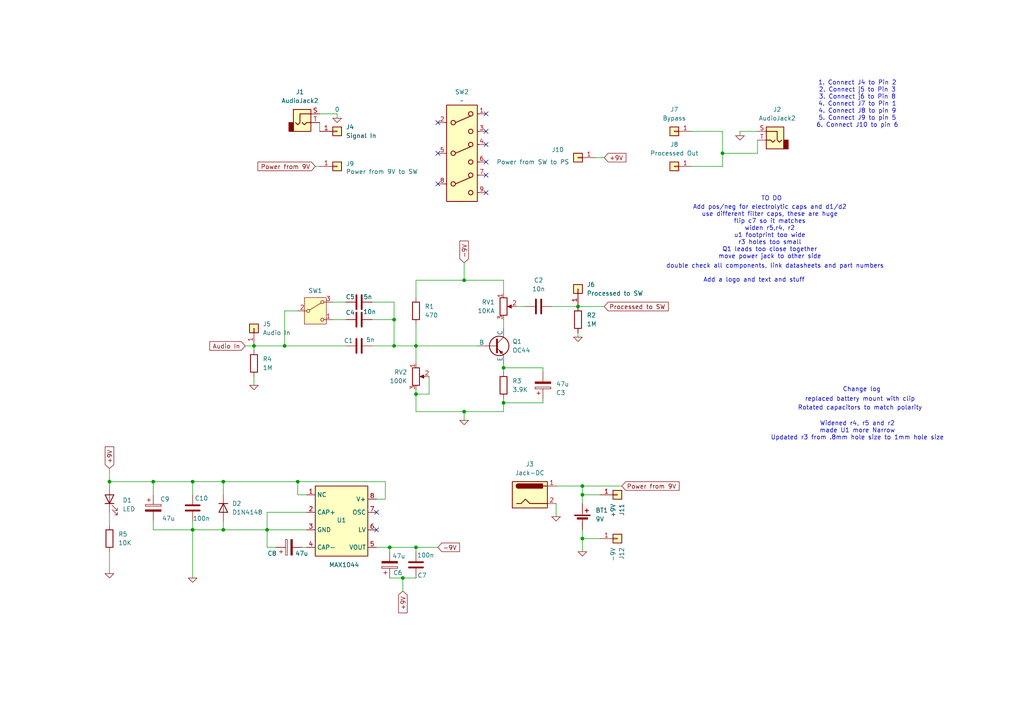
<source format=kicad_sch>
(kicad_sch (version 20231120) (generator "eeschema") (generator_version "8.0")
  (paper "A4")
  (lib_symbols
    (symbol "0_custom:3PDT"
      (property "Reference" "SW" (at -0.254 14.478 0))
      (symbol "3PDT_0_1"
        (rectangle (start -5.08 12.7) (end 3.81 -15.24) (stroke (width 0.254)) (fill (type background)))
        (circle (center -3.175 -10.16) (radius 0.635) (stroke (width 0.254)))
        (circle (center -3.175 -1.27) (radius 0.635) (stroke (width 0.254)))
        (circle (center -3.175 7.62) (radius 0.635) (stroke (width 0.254)))
        (polyline (pts (xy -5.715 -10.16) (xy -5.08 -10.16)))
        (polyline (pts (xy -5.715 -1.27) (xy -5.08 -1.27)))
        (polyline (pts (xy -5.715 7.62) (xy -5.08 7.62)))
        (polyline (pts (xy -2.54 -10.16) (xy 1.905 -8.255)) (stroke (width 0.254)))
        (polyline (pts (xy -2.54 -1.27) (xy 1.905 0.635)) (stroke (width 0.254)))
        (polyline (pts (xy -2.54 7.62) (xy 1.905 9.525)) (stroke (width 0.254)))
        (polyline (pts (xy 4.445 -12.7) (xy 3.81 -12.7)))
        (polyline (pts (xy 4.445 -7.62) (xy 3.81 -7.62)))
        (polyline (pts (xy 4.445 -3.81) (xy 3.81 -3.81)))
        (polyline (pts (xy 4.445 1.27) (xy 3.81 1.27)))
        (polyline (pts (xy 4.445 5.08) (xy 3.81 5.08)))
        (polyline (pts (xy 4.445 10.16) (xy 3.81 10.16)))
        (circle (center 1.905 -12.7) (radius 0.635) (stroke (width 0.254)))
        (circle (center 1.905 -7.62) (radius 0.635) (stroke (width 0.254)))
        (circle (center 1.905 -3.81) (radius 0.635) (stroke (width 0.254)))
        (circle (center 1.905 1.27) (radius 0.635) (stroke (width 0.254)))
        (circle (center 1.905 5.08) (radius 0.635) (stroke (width 0.254)))
        (circle (center 1.905 10.16) (radius 0.635) (stroke (width 0.254)))
      )
      (symbol "3PDT_1_1"
        (pin output line (at 6.35 10.16 180) (length 2.54) (name "") (number "1"))
        (pin input line (at -7.62 7.62 0) (length 2.54) (name "") (number "2"))
        (pin output line (at 6.35 5.08 180) (length 2.54) (name "") (number "3"))
        (pin output line (at 6.35 1.27 180) (length 2.54) (name "") (number "4"))
        (pin input line (at -7.62 -1.27 0) (length 2.54) (name "") (number "5"))
        (pin output line (at 6.35 -3.81 180) (length 2.54) (name "") (number "6"))
        (pin output line (at 6.35 -7.62 180) (length 2.54) (name "") (number "7"))
        (pin input line (at -7.62 -10.16 0) (length 2.54) (name "") (number "8"))
        (pin output line (at 6.35 -12.7 180) (length 2.54) (name "") (number "9"))
      )
    )
    (symbol "Connector:Jack-DC" (pin_names (offset 1.016))
      (property "Reference" "J" (at 0 5.334 0))
      (property "Value" "Jack-DC" (at 0 -5.08 0))
      (symbol "Jack-DC_0_1"
        (rectangle (start -5.08 3.81) (end 5.08 -3.81) (stroke (width 0.254)) (fill (type background)))
        (arc (start -3.302 3.175) (mid -3.9343 2.54) (end -3.302 1.905) (stroke (width 0.254)))
        (arc (start -3.302 3.175) (mid -3.9343 2.54) (end -3.302 1.905) (stroke (width 0.254)) (fill (type outline)))
        (polyline (pts (xy 5.08 2.54) (xy 3.81 2.54)) (stroke (width 0.254)))
        (polyline (pts (xy -3.81 -2.54) (xy -2.54 -2.54) (xy -1.27 -1.27) (xy 0 -2.54) (xy 2.54 -2.54) (xy 5.08 -2.54)) (stroke (width 0.254)))
        (rectangle (start 3.683 3.175) (end -3.302 1.905) (stroke (width 0.254)) (fill (type outline)))
      )
      (symbol "Jack-DC_1_1"
        (pin passive line (at 7.62 2.54 180) (length 2.54) (name "~") (number "1"))
        (pin passive line (at 7.62 -2.54 180) (length 2.54) (name "~") (number "2"))
      )
    )
    (symbol "Connector_Audio:AudioJack2"
      (property "Reference" "J" (at 0 8.89 0))
      (property "Value" "AudioJack2" (at 0 6.35 0))
      (symbol "AudioJack2_0_1"
        (rectangle (start -3.81 0) (end -2.54 -2.54) (stroke (width 0.254)) (fill (type outline)))
        (rectangle (start -2.54 3.81) (end 2.54 -2.54) (stroke (width 0.254)) (fill (type background)))
        (polyline (pts (xy 0 0) (xy 0.635 -0.635) (xy 1.27 0) (xy 2.54 0)) (stroke (width 0.254)))
        (polyline (pts (xy 2.54 2.54) (xy -0.635 2.54) (xy -0.635 0) (xy -1.27 -0.635) (xy -1.905 0)) (stroke (width 0.254)))
      )
      (symbol "AudioJack2_1_1"
        (pin passive line (at 5.08 2.54 180) (length 2.54) (name "~") (number "S"))
        (pin passive line (at 5.08 0 180) (length 2.54) (name "~") (number "T"))
      )
    )
    (symbol "Connector_Generic:Conn_01x01" (pin_names (offset 1.016) hide)
      (property "Reference" "J" (at 0 2.54 0))
      (property "Value" "Conn_01x01" (at 0 -2.54 0))
      (symbol "Conn_01x01_1_1"
        (rectangle (start -1.27 0.127) (end 0 -0.127) (stroke (width 0.1524)))
        (rectangle (start -1.27 1.27) (end 1.27 -1.27) (stroke (width 0.254)) (fill (type background)))
        (pin passive line (at -5.08 0 0) (length 3.81) (name "Pin_1") (number "1"))
      )
    )
    (symbol "Device:Battery_Cell" (pin_numbers hide) (pin_names (offset 0) hide)
      (property "Reference" "BT" (at 2.54 2.54 0))
      (property "Value" "Battery_Cell" (at 2.54 0 0))
      (symbol "Battery_Cell_0_1"
        (rectangle (start -2.286 1.778) (end 2.286 1.524) (fill (type outline)))
        (rectangle (start -1.524 1.016) (end 1.524 0.508) (fill (type outline)))
        (polyline (pts (xy 0 0.762) (xy 0 0)))
        (polyline (pts (xy 0 1.778) (xy 0 2.54)))
        (polyline (pts (xy 0.762 3.048) (xy 1.778 3.048)) (stroke (width 0.254)))
        (polyline (pts (xy 1.27 3.556) (xy 1.27 2.54)) (stroke (width 0.254)))
      )
      (symbol "Battery_Cell_1_1"
        (pin passive line (at 0 5.08 270) (length 2.54) (name "+") (number "1"))
        (pin passive line (at 0 -2.54 90) (length 2.54) (name "-") (number "2"))
      )
    )
    (symbol "Device:C" (pin_numbers hide) (pin_names (offset 0.254))
      (property "Reference" "C" (at 0.635 2.54 0))
      (property "Value" "C" (at 0.635 -2.54 0))
      (symbol "C_0_1"
        (polyline (pts (xy -2.032 -0.762) (xy 2.032 -0.762)) (stroke (width 0.508)))
        (polyline (pts (xy -2.032 0.762) (xy 2.032 0.762)) (stroke (width 0.508)))
      )
      (symbol "C_1_1"
        (pin passive line (at 0 3.81 270) (length 2.794) (name "~") (number "1"))
        (pin passive line (at 0 -3.81 90) (length 2.794) (name "~") (number "2"))
      )
    )
    (symbol "Device:C_Polarized" (pin_numbers hide) (pin_names (offset 0.254))
      (property "Reference" "C" (at 0.635 2.54 0))
      (property "Value" "C_Polarized" (at 0.635 -2.54 0))
      (symbol "C_Polarized_0_1"
        (rectangle (start -2.286 0.508) (end 2.286 1.016))
        (polyline (pts (xy -1.778 2.286) (xy -0.762 2.286)))
        (polyline (pts (xy -1.27 2.794) (xy -1.27 1.778)))
        (rectangle (start 2.286 -0.508) (end -2.286 -1.016) (fill (type outline)))
      )
      (symbol "C_Polarized_1_1"
        (pin passive line (at 0 3.81 270) (length 2.794) (name "~") (number "1"))
        (pin passive line (at 0 -3.81 90) (length 2.794) (name "~") (number "2"))
      )
    )
    (symbol "Device:D" (pin_numbers hide) (pin_names (offset 1.016) hide)
      (property "Reference" "D" (at 0 2.54 0))
      (property "Value" "D" (at 0 -2.54 0))
      (symbol "D_0_1"
        (polyline (pts (xy -1.27 1.27) (xy -1.27 -1.27)) (stroke (width 0.254)))
        (polyline (pts (xy 1.27 0) (xy -1.27 0)))
        (polyline (pts (xy 1.27 1.27) (xy 1.27 -1.27) (xy -1.27 0) (xy 1.27 1.27)) (stroke (width 0.254)))
      )
      (symbol "D_1_1"
        (pin passive line (at -3.81 0 0) (length 2.54) (name "K") (number "1"))
        (pin passive line (at 3.81 0 180) (length 2.54) (name "A") (number "2"))
      )
    )
    (symbol "Device:LED" (pin_numbers hide) (pin_names (offset 1.016) hide)
      (property "Reference" "D" (at 0 2.54 0))
      (property "Value" "LED" (at 0 -2.54 0))
      (symbol "LED_0_1"
        (polyline (pts (xy -1.27 -1.27) (xy -1.27 1.27)) (stroke (width 0.254)))
        (polyline (pts (xy -1.27 0) (xy 1.27 0)))
        (polyline (pts (xy 1.27 -1.27) (xy 1.27 1.27) (xy -1.27 0) (xy 1.27 -1.27)) (stroke (width 0.254)))
        (polyline (pts (xy -3.048 -0.762) (xy -4.572 -2.286) (xy -3.81 -2.286) (xy -4.572 -2.286) (xy -4.572 -1.524)))
        (polyline (pts (xy -1.778 -0.762) (xy -3.302 -2.286) (xy -2.54 -2.286) (xy -3.302 -2.286) (xy -3.302 -1.524)))
      )
      (symbol "LED_1_1"
        (pin passive line (at -3.81 0 0) (length 2.54) (name "K") (number "1"))
        (pin passive line (at 3.81 0 180) (length 2.54) (name "A") (number "2"))
      )
    )
    (symbol "Device:R" (pin_numbers hide) (pin_names (offset 0))
      (property "Reference" "R" (at 2.032 0 90))
      (property "Value" "R" (at 0 0 90))
      (symbol "R_0_1"
        (rectangle (start -1.016 -2.54) (end 1.016 2.54) (stroke (width 0.254)))
      )
      (symbol "R_1_1"
        (pin passive line (at 0 3.81 270) (length 1.27) (name "~") (number "1"))
        (pin passive line (at 0 -3.81 90) (length 1.27) (name "~") (number "2"))
      )
    )
    (symbol "Device:R_Potentiometer" (pin_names (offset 1.016) hide)
      (property "Reference" "RV" (at -4.445 0 90))
      (property "Value" "R_Potentiometer" (at -2.54 0 90))
      (symbol "R_Potentiometer_0_1"
        (polyline (pts (xy 2.54 0) (xy 1.524 0)))
        (polyline (pts (xy 1.143 0) (xy 2.286 0.508) (xy 2.286 -0.508) (xy 1.143 0)) (fill (type outline)))
        (rectangle (start 1.016 2.54) (end -1.016 -2.54) (stroke (width 0.254)))
      )
      (symbol "R_Potentiometer_1_1"
        (pin passive line (at 0 3.81 270) (length 1.27) (name "1") (number "1"))
        (pin passive line (at 3.81 0 180) (length 1.27) (name "2") (number "2"))
        (pin passive line (at 0 -3.81 90) (length 1.27) (name "3") (number "3"))
      )
    )
    (symbol "Regulator_SwitchedCapacitor:MAX1044"
      (property "Reference" "U1" (at 0 15.24 0))
      (property "Value" "MAX1044" (at 0 12.7 0))
      (symbol "MAX1044_0_1"
        (rectangle (start -7.62 10.16) (end 7.62 -10.16) (stroke (width 0.254)) (fill (type background)))
      )
      (symbol "MAX1044_1_1"
        (pin input line (at -10.16 7.62 0) (length 2.54) (name "NC") (number "1"))
        (pin input line (at -10.16 2.54 0) (length 2.54) (name "CAP+") (number "2"))
        (pin power_in line (at -10.16 -2.54 0) (length 2.54) (name "GND") (number "3"))
        (pin input line (at -10.16 -7.62 0) (length 2.54) (name "CAP-") (number "4"))
        (pin power_out line (at 10.16 -7.62 180) (length 2.54) (name "VOUT") (number "5"))
        (pin input line (at 10.16 -2.54 180) (length 2.54) (name "LV") (number "6"))
        (pin input line (at 10.16 2.54 180) (length 2.54) (name "OSC") (number "7"))
        (pin power_in line (at 10.16 6.35 180) (length 2.54) (name "V+") (number "8"))
      )
    )
    (symbol "Simulation_SPICE:0" (power) (pin_numbers hide) (pin_names (offset 0) hide)
      (property "Value" "0" (at 0 -2.54 0))
      (symbol "0_0_1"
        (polyline (pts (xy -1.27 0) (xy 0 -1.27) (xy 1.27 0) (xy -1.27 0)))
      )
      (symbol "0_1_1"
        (pin power_in line (at 0 0 0) (length 0) (name "~") (number "1"))
      )
    )
    (symbol "Simulation_SPICE:PNP" (pin_numbers hide) (pin_names (offset 0))
      (property "Reference" "Q" (at -2.54 7.62 0))
      (property "Value" "PNP" (at -2.54 5.08 0))
      (symbol "PNP_0_1"
        (polyline (pts (xy -2.54 0) (xy 0.635 0)) (stroke (width 0.1524)))
        (polyline (pts (xy 0.635 0.635) (xy 2.54 2.54)))
        (polyline (pts (xy 0.635 -0.635) (xy 2.54 -2.54) (xy 2.54 -2.54)))
        (polyline (pts (xy 0.635 1.905) (xy 0.635 -1.905) (xy 0.635 -1.905)) (stroke (width 0.508)))
        (polyline (pts (xy 2.286 -1.778) (xy 1.778 -2.286) (xy 1.27 -1.27) (xy 2.286 -1.778) (xy 2.286 -1.778)) (fill (type outline)))
        (circle (center 1.27 0) (radius 2.8194) (stroke (width 0.254)))
      )
      (symbol "PNP_1_1"
        (pin open_collector line (at 2.54 5.08 270) (length 2.54) (name "C") (number "1"))
        (pin input line (at -5.08 0 0) (length 2.54) (name "B") (number "2"))
        (pin open_emitter line (at 2.54 -5.08 90) (length 2.54) (name "E") (number "3"))
      )
    )
    (symbol "Switch:SW_Nidec_CAS-120A1" (pin_names (offset 1) hide)
      (property "Reference" "SW" (at 0 4.318 0))
      (property "Value" "SW_Nidec_CAS-120A1" (at 0 -5.08 0))
      (symbol "SW_Nidec_CAS-120A1_0_1"
        (circle (center -2.032 0) (radius 0.4572))
        (polyline (pts (xy -1.651 0.254) (xy 1.651 2.286)))
        (circle (center 2.032 -2.54) (radius 0.4572))
        (circle (center 2.032 2.54) (radius 0.4572))
      )
      (symbol "SW_Nidec_CAS-120A1_1_1"
        (rectangle (start -3.175 3.81) (end 3.175 -3.81) (fill (type background)))
        (pin passive line (at 5.08 -2.54 180) (length 2.54) (name "C") (number "1"))
        (pin passive line (at -5.08 0 0) (length 2.54) (name "B") (number "2"))
        (pin passive line (at 5.08 2.54 180) (length 2.54) (name "A") (number "3"))
      )
    )
  )
  (junction (at 146.05 106.68))
  (junction (at 86.36 139.7))
  (junction (at 113.03 158.75))
  (junction (at 209.55 44.45))
  (junction (at 120.65 100.33))
  (junction (at 168.91 143.51))
  (junction (at 116.84 167.64))
  (junction (at 64.77 139.7))
  (junction (at 114.3 92.71))
  (junction (at 120.65 158.75))
  (junction (at 31.75 139.7))
  (junction (at 73.66 100.33))
  (junction (at 114.3 100.33))
  (junction (at 134.62 81.28))
  (junction (at 120.65 114.3))
  (junction (at 167.64 88.9))
  (junction (at 77.47 153.67))
  (junction (at 168.91 140.97))
  (junction (at 134.62 119.38))
  (junction (at 55.88 139.7))
  (junction (at 168.91 156.21))
  (junction (at 82.55 100.33))
  (junction (at 146.05 116.84))
  (junction (at 44.45 139.7))
  (junction (at 55.88 153.67))
  (junction (at 64.77 153.67))
  (no_connect (at 140.97 46.99))
  (no_connect (at 140.97 41.91))
  (no_connect (at 127 53.34))
  (no_connect (at 140.97 50.8))
  (no_connect (at 127 44.45))
  (no_connect (at 127 35.56))
  (no_connect (at 109.22 148.59))
  (no_connect (at 140.97 38.1))
  (no_connect (at 140.97 33.02))
  (no_connect (at 140.97 55.88))
  (no_connect (at 109.22 153.67))
  (wire (pts (xy 157.48 107.95) (xy 157.48 106.68)))
  (wire (pts (xy 134.62 119.38) (xy 134.62 121.92)))
  (wire (pts (xy 167.64 97.79) (xy 167.64 96.52)))
  (wire (pts (xy 120.65 158.75) (xy 127 158.75)))
  (wire (pts (xy 88.9 148.59) (xy 77.47 148.59)))
  (wire (pts (xy 55.88 139.7) (xy 64.77 139.7)))
  (wire (pts (xy 44.45 151.13) (xy 44.45 153.67)))
  (wire (pts (xy 73.66 100.33) (xy 82.55 100.33)))
  (wire (pts (xy 134.62 119.38) (xy 146.05 119.38)))
  (wire (pts (xy 64.77 153.67) (xy 77.47 153.67)))
  (wire (pts (xy 149.86 88.9) (xy 152.4 88.9)))
  (wire (pts (xy 92.71 38.1) (xy 92.71 35.56)))
  (wire (pts (xy 73.66 109.22) (xy 73.66 111.76)))
  (wire (pts (xy 134.62 81.28) (xy 146.05 81.28)))
  (wire (pts (xy 77.47 153.67) (xy 88.9 153.67)))
  (wire (pts (xy 168.91 153.67) (xy 168.91 156.21)))
  (wire (pts (xy 146.05 81.28) (xy 146.05 85.09)))
  (wire (pts (xy 31.75 160.02) (xy 31.75 166.37)))
  (wire (pts (xy 114.3 92.71) (xy 114.3 100.33)))
  (wire (pts (xy 168.91 143.51) (xy 173.99 143.51)))
  (wire (pts (xy 219.71 44.45) (xy 219.71 40.64)))
  (wire (pts (xy 214.63 39.37) (xy 214.63 38.1)))
  (wire (pts (xy 107.95 92.71) (xy 114.3 92.71)))
  (wire (pts (xy 96.52 92.71) (xy 100.33 92.71)))
  (wire (pts (xy 120.65 114.3) (xy 120.65 119.38)))
  (wire (pts (xy 120.65 100.33) (xy 138.43 100.33)))
  (wire (pts (xy 82.55 90.17) (xy 82.55 100.33)))
  (wire (pts (xy 44.45 153.67) (xy 55.88 153.67)))
  (wire (pts (xy 120.65 100.33) (xy 120.65 105.41)))
  (wire (pts (xy 113.03 158.75) (xy 120.65 158.75)))
  (wire (pts (xy 209.55 44.45) (xy 219.71 44.45)))
  (wire (pts (xy 91.44 48.26) (xy 92.71 48.26)))
  (wire (pts (xy 114.3 87.63) (xy 114.3 92.71)))
  (wire (pts (xy 86.36 139.7) (xy 86.36 143.51)))
  (wire (pts (xy 146.05 115.57) (xy 146.05 116.84)))
  (wire (pts (xy 146.05 106.68) (xy 146.05 107.95)))
  (wire (pts (xy 107.95 87.63) (xy 114.3 87.63)))
  (wire (pts (xy 44.45 143.51) (xy 44.45 139.7)))
  (wire (pts (xy 157.48 115.57) (xy 157.48 116.84)))
  (wire (pts (xy 31.75 148.59) (xy 31.75 152.4)))
  (wire (pts (xy 168.91 140.97) (xy 180.34 140.97)))
  (wire (pts (xy 31.75 139.7) (xy 44.45 139.7)))
  (wire (pts (xy 209.55 38.1) (xy 209.55 44.45)))
  (wire (pts (xy 146.05 116.84) (xy 157.48 116.84)))
  (wire (pts (xy 31.75 139.7) (xy 31.75 140.97)))
  (wire (pts (xy 82.55 100.33) (xy 100.33 100.33)))
  (wire (pts (xy 168.91 146.05) (xy 168.91 143.51)))
  (wire (pts (xy 113.03 167.64) (xy 116.84 167.64)))
  (wire (pts (xy 120.65 167.64) (xy 116.84 167.64)))
  (wire (pts (xy 55.88 151.13) (xy 55.88 153.67)))
  (wire (pts (xy 168.91 143.51) (xy 168.91 140.97)))
  (wire (pts (xy 161.29 146.05) (xy 161.29 149.86)))
  (wire (pts (xy 77.47 153.67) (xy 77.47 158.75)))
  (wire (pts (xy 168.91 156.21) (xy 168.91 160.02)))
  (wire (pts (xy 114.3 100.33) (xy 120.65 100.33)))
  (wire (pts (xy 214.63 38.1) (xy 219.71 38.1)))
  (wire (pts (xy 146.05 92.71) (xy 146.05 95.25)))
  (wire (pts (xy 116.84 167.64) (xy 116.84 171.45)))
  (wire (pts (xy 124.46 114.3) (xy 124.46 109.22)))
  (wire (pts (xy 120.65 113.03) (xy 120.65 114.3)))
  (wire (pts (xy 64.77 139.7) (xy 86.36 139.7)))
  (wire (pts (xy 64.77 151.13) (xy 64.77 153.67)))
  (wire (pts (xy 175.26 45.72) (xy 172.72 45.72)))
  (wire (pts (xy 77.47 148.59) (xy 77.47 153.67)))
  (wire (pts (xy 200.66 38.1) (xy 209.55 38.1)))
  (wire (pts (xy 86.36 143.51) (xy 88.9 143.51)))
  (wire (pts (xy 97.79 33.02) (xy 92.71 33.02)))
  (wire (pts (xy 55.88 139.7) (xy 55.88 143.51)))
  (wire (pts (xy 55.88 153.67) (xy 55.88 167.64)))
  (wire (pts (xy 55.88 153.67) (xy 64.77 153.67)))
  (wire (pts (xy 107.95 100.33) (xy 114.3 100.33)))
  (wire (pts (xy 209.55 48.26) (xy 209.55 44.45)))
  (wire (pts (xy 113.03 158.75) (xy 113.03 160.02)))
  (wire (pts (xy 160.02 88.9) (xy 167.64 88.9)))
  (wire (pts (xy 73.66 100.33) (xy 73.66 101.6)))
  (wire (pts (xy 200.66 48.26) (xy 209.55 48.26)))
  (wire (pts (xy 109.22 158.75) (xy 113.03 158.75)))
  (wire (pts (xy 120.65 119.38) (xy 134.62 119.38)))
  (wire (pts (xy 167.64 88.9) (xy 175.26 88.9)))
  (wire (pts (xy 86.36 90.17) (xy 82.55 90.17)))
  (wire (pts (xy 120.65 160.02) (xy 120.65 158.75)))
  (wire (pts (xy 146.05 119.38) (xy 146.05 116.84)))
  (wire (pts (xy 71.12 100.33) (xy 73.66 100.33)))
  (wire (pts (xy 146.05 106.68) (xy 157.48 106.68)))
  (wire (pts (xy 64.77 139.7) (xy 64.77 143.51)))
  (wire (pts (xy 111.76 144.78) (xy 109.22 144.78)))
  (wire (pts (xy 96.52 87.63) (xy 100.33 87.63)))
  (wire (pts (xy 146.05 105.41) (xy 146.05 106.68)))
  (wire (pts (xy 31.75 135.89) (xy 31.75 139.7)))
  (wire (pts (xy 134.62 81.28) (xy 120.65 81.28)))
  (wire (pts (xy 168.91 156.21) (xy 173.99 156.21)))
  (wire (pts (xy 120.65 114.3) (xy 124.46 114.3)))
  (wire (pts (xy 97.79 34.29) (xy 97.79 33.02)))
  (wire (pts (xy 87.63 158.75) (xy 88.9 158.75)))
  (wire (pts (xy 161.29 140.97) (xy 168.91 140.97)))
  (wire (pts (xy 44.45 139.7) (xy 55.88 139.7)))
  (wire (pts (xy 77.47 158.75) (xy 80.01 158.75)))
  (wire (pts (xy 134.62 76.2) (xy 134.62 81.28)))
  (wire (pts (xy 120.65 93.98) (xy 120.65 100.33)))
  (wire (pts (xy 120.65 81.28) (xy 120.65 86.36)))
  (wire (pts (xy 111.76 144.78) (xy 111.76 139.7)))
  (wire (pts (xy 111.76 139.7) (xy 86.36 139.7)))
  (text "TO DO" (at 223.774 57.658 0) (effects (font (size 1.27 1.27))))
  (text "double check all components, link datasheets and part numbers" (at 224.79 77.216 0) (effects (font (size 1.27 1.27))))
  (text "Change log" (at 249.936 113.03 0) (effects (font (size 1.27 1.27))))
  (text "Widened r4, r5 and r2\nmade U1 more Narrow\nUpdated r3 from .8mm hole size to 1mm hole size" (at 248.666 124.968 0) (effects (font (size 1.27 1.27))))
  (text "replaced battery mount with clip" (at 249.428 115.824 0) (effects (font (size 1.27 1.27))))
  (text "1. Connect J4 to Pin 2\n2. Connect j5 to Pin 3\n3. Connect j6 to Pin 8\n4. Connect J7 to Pin 1\n4. Connect J8 to pin 9\n5. Connect J9 to pin 5\n6. Connect J10 to pin 6" (at 248.666 30.226 0) (effects (font (size 1.27 1.27))))
  (text "Add pos/neg for electrolytic caps and d1/d2\nuse different filter caps, these are huge\nflip c7 so it matches\nwiden r5,r4, r2\nu1 footprint too wide\nr3 holes too small\nQ1 leads too close together\nmove power jack to other side" (at 223.266 67.31 0) (effects (font (size 1.27 1.27))))
  (text "Add a logo and text and stuff" (at 218.694 81.28 0) (effects (font (size 1.27 1.27))))
  (text "Rotated capacitors to match polarity" (at 249.428 118.364 0) (effects (font (size 1.27 1.27))))
  (global_label "+9V" (shape input) (at 116.84 171.45 270) (property "Intersheetrefs" "${INTERSHEET_REFS}" (effects (hide yes))))
  (global_label "Audio In" (shape input) (at 71.12 100.33 180) (property "Intersheetrefs" "${INTERSHEET_REFS}" (effects (hide yes))))
  (global_label "+9V" (shape input) (at 175.26 45.72 0) (property "Intersheetrefs" "${INTERSHEET_REFS}" (effects (hide yes))))
  (global_label "-9V" (shape input) (at 134.62 76.2 90) (property "Intersheetrefs" "${INTERSHEET_REFS}" (effects (hide yes))))
  (global_label "Power from 9V" (shape input) (at 91.44 48.26 180) (property "Intersheetrefs" "${INTERSHEET_REFS}" (effects (hide yes))))
  (global_label "Power from 9V" (shape input) (at 180.34 140.97 0) (property "Intersheetrefs" "${INTERSHEET_REFS}" (effects (hide yes))))
  (global_label "Processed to SW" (shape input) (at 175.26 88.9 0) (property "Intersheetrefs" "${INTERSHEET_REFS}" (effects (hide yes))))
  (global_label "-9V" (shape input) (at 127 158.75 0) (property "Intersheetrefs" "${INTERSHEET_REFS}" (effects (hide yes))))
  (global_label "+9V" (shape input) (at 31.75 135.89 90) (property "Intersheetrefs" "${INTERSHEET_REFS}" (effects (hide yes))))
  (symbol (lib_id "Regulator_SwitchedCapacitor:MAX1044") (at 99.06 151.13 0) (unit 1)
    (property "Reference" "U1" (at 99.06 150.876 0))
    (property "Value" "MAX1044" (at 99.822 163.83 0))
    (property "Footprint" "Package_DIP:DIP-8_W7.62mm" (effects (hide yes)))
    (property "Datasheet" "http://datasheets.maximintegrated.com/en/ds/ICL7660-MAX1044.pdf" (effects (hide yes)))
    (property "Description" "Switched-Capacitor Voltage Converter, 1.5V to 10.0V operating supply voltage, 10mA with a 0.5V output drop, SO-8/DIP-8/µMAX-8/TO-99" (effects (hide yes)))
  )
  (symbol (lib_id "Connector_Generic:Conn_01x01") (at 73.66 95.25 90) (unit 1)
    (property "Reference" "J5" (at 76.2 93.9799 90) (effects (justify right)))
    (property "Value" "Audio In" (at 76.2 96.5199 90) (effects (justify right)))
    (property "Footprint" "Connector_Wire:SolderWire-0.25sqmm_1x01_D0.65mm_OD2mm" (effects (hide yes)))
    (property "Description" "Generic connector, single row, 01x01, script generated (kicad-library-utils/schlib/autogen/connector/)" (effects (hide yes)))
  )
  (symbol (lib_id "Device:C_Polarized") (at 44.45 147.32 0) (unit 1)
    (property "Reference" "C9" (at 46.482 144.78 0) (effects (justify left)))
    (property "Value" "47u" (at 46.99 150.368 0) (effects (justify left)))
    (property "Footprint" "Capacitor_THT:C_Radial_D6.3mm_H11.0mm_P2.50mm" (effects (hide yes)))
    (property "Description" "250PK0R47MEFC6.3X11" (effects (hide yes)))
  )
  (symbol (lib_id "Switch:SW_Nidec_CAS-120A1") (at 91.44 90.17 0) (unit 1)
    (property "Reference" "SW1" (at 91.44 84.328 0))
    (property "Value" "SW_Nidec_CAS-120A1" (effects (hide yes)))
    (property "Footprint" "Button_Switch_THT:SW_Slide_SPDT_Straight_CK_OS102011MS2Q" (effects (hide yes)))
    (property "Datasheet" "https://www.nidec-components.com/e/catalog/switch/cas.pdf" (effects (hide yes)))
    (property "Description" "Switch, single pole double throw" (effects (hide yes)))
  )
  (symbol (lib_id "Device:C") (at 156.21 88.9 270) (unit 1)
    (property "Reference" "C2" (at 156.21 81.28 90))
    (property "Value" "10n" (at 156.21 83.82 90))
    (property "Footprint" "Capacitor_THT:C_Disc_D9.0mm_W5.0mm_P10.00mm" (effects (hide yes)))
    (property "Description" "564R30GAS10" (effects (hide yes)))
  )
  (symbol (lib_id "Simulation_SPICE:0") (at 168.91 160.02 0) (unit 1)
    (property "Reference" "#GND09" (effects (hide yes)))
    (property "Value" "0" (effects (hide yes)))
    (property "Datasheet" "https://ngspice.sourceforge.io/docs/ngspice-html-manual/manual.xhtml#subsec_Circuit_elements__device" (effects (hide yes)))
    (property "Description" "0V reference potential for simulation" (effects (hide yes)))
  )
  (symbol (lib_id "Connector_Generic:Conn_01x01") (at 179.07 156.21 0) (unit 1)
    (property "Reference" "J12" (at 180.3401 158.75 90) (effects (justify right)))
    (property "Value" "-9V" (at 177.8001 158.75 90) (effects (justify right)))
    (property "Footprint" "Connector_Wire:SolderWire-0.25sqmm_1x01_D0.65mm_OD2mm" (effects (hide yes)))
    (property "Description" "Generic connector, single row, 01x01, script generated (kicad-library-utils/schlib/autogen/connector/)" (effects (hide yes)))
  )
  (symbol (lib_id "Device:C") (at 120.65 163.83 180) (unit 1)
    (property "Reference" "C7" (at 122.428 166.878 0))
    (property "Value" "100n" (at 123.444 161.036 0))
    (property "Footprint" "Capacitor_THT:C_Disc_D4.3mm_W1.9mm_P5.00mm" (effects (hide yes)))
    (property "Description" "K104K15X7RF5TH5" (effects (hide yes)))
  )
  (symbol (lib_id "Connector_Generic:Conn_01x01") (at 167.64 45.72 180) (unit 1)
    (property "Reference" "J10" (at 163.576 43.434 0) (effects (justify left)))
    (property "Value" "Power from SW to PS" (at 165.1 46.99 0) (effects (justify left)))
    (property "Footprint" "Connector_Wire:SolderWire-0.25sqmm_1x01_D0.65mm_OD2mm" (effects (hide yes)))
    (property "Description" "Generic connector, single row, 01x01, script generated (kicad-library-utils/schlib/autogen/connector/)" (effects (hide yes)))
  )
  (symbol (lib_id "Connector_Generic:Conn_01x01") (at 97.79 48.26 0) (unit 1)
    (property "Reference" "J9" (at 100.33 47.498 0) (effects (justify left)))
    (property "Value" "Power from 9V to SW" (at 100.33 49.784 0) (effects (justify left)))
    (property "Footprint" "Connector_Wire:SolderWire-0.25sqmm_1x01_D0.65mm_OD2mm" (effects (hide yes)))
    (property "Description" "Generic connector, single row, 01x01, script generated (kicad-library-utils/schlib/autogen/connector/)" (effects (hide yes)))
  )
  (symbol (lib_id "Device:C") (at 104.14 87.63 270) (unit 1)
    (property "Reference" "C5" (at 101.6 86.106 90))
    (property "Value" "5n" (at 106.68 86.106 90))
    (property "Footprint" "Capacitor_THT:C_Disc_D9.0mm_W5.0mm_P10.00mm" (effects (hide yes)))
    (property "Description" "S502M75Z5UR83L0R" (effects (hide yes)))
  )
  (symbol (lib_id "Device:R") (at 167.64 92.71 0) (unit 1)
    (property "Reference" "R2" (at 170.18 91.4399 0) (effects (justify left)))
    (property "Value" "1M" (at 170.18 93.9799 0) (effects (justify left)))
    (property "Footprint" "Resistor_THT:R_Axial_DIN0207_L6.3mm_D2.5mm_P10.16mm_Horizontal" (effects (hide yes)))
    (property "Description" "VR25000001004JR500" (effects (hide yes)))
  )
  (symbol (lib_id "Simulation_SPICE:0") (at 161.29 149.86 0) (unit 1)
    (property "Reference" "#GND08" (effects (hide yes)))
    (property "Value" "0" (effects (hide yes)))
    (property "Datasheet" "https://ngspice.sourceforge.io/docs/ngspice-html-manual/manual.xhtml#subsec_Circuit_elements__device" (effects (hide yes)))
    (property "Description" "0V reference potential for simulation" (effects (hide yes)))
  )
  (symbol (lib_id "Simulation_SPICE:0") (at 167.64 97.79 0) (unit 1)
    (property "Reference" "#GND02" (effects (hide yes)))
    (property "Value" "0" (effects (hide yes)))
    (property "Datasheet" "https://ngspice.sourceforge.io/docs/ngspice-html-manual/manual.xhtml#subsec_Circuit_elements__device" (effects (hide yes)))
    (property "Description" "0V reference potential for simulation" (effects (hide yes)))
  )
  (symbol (lib_id "Connector_Generic:Conn_01x01") (at 195.58 38.1 180) (unit 1)
    (property "Reference" "J7" (at 195.58 31.75 0))
    (property "Value" "Bypass" (at 195.58 34.29 0))
    (property "Footprint" "Connector_Wire:SolderWire-0.25sqmm_1x01_D0.65mm_OD2mm" (effects (hide yes)))
    (property "Description" "Generic connector, single row, 01x01, script generated (kicad-library-utils/schlib/autogen/connector/)" (effects (hide yes)))
  )
  (symbol (lib_id "Device:C") (at 104.14 92.71 270) (unit 1)
    (property "Reference" "C4" (at 101.6 90.678 90))
    (property "Value" "10n" (at 107.188 90.424 90))
    (property "Footprint" "Capacitor_THT:C_Disc_D9.0mm_W5.0mm_P10.00mm" (effects (hide yes)))
    (property "Description" "564R30GAS10" (effects (hide yes)))
  )
  (symbol (lib_id "Device:R_Potentiometer") (at 146.05 88.9 0) (unit 1)
    (property "Reference" "RV1" (at 143.51 87.6299 0) (effects (justify right)))
    (property "Value" "10KA" (at 143.51 90.1699 0) (effects (justify right)))
    (property "Footprint" "Potentiometer_THT:Potentiometer_Alpha_RD901F-40-00D_Single_Vertical" (effects (hide yes)))
    (property "Description" "Potentiometer" (effects (hide yes)))
  )
  (symbol (lib_id "Connector_Audio:AudioJack2") (at 87.63 35.56 0) (unit 1)
    (property "Reference" "J1" (at 86.995 26.67 0))
    (property "Value" "AudioJack2" (at 86.995 29.21 0))
    (property "Footprint" "Connector_Audio:Jack_6.35mm_Neutrik_NMJ6HCD2_Horizontal" (effects (hide yes)))
    (property "Description" "Audio Jack, 2 Poles (Mono / TS)" (effects (hide yes)))
  )
  (symbol (lib_id "Simulation_SPICE:0") (at 31.75 166.37 0) (unit 1)
    (property "Reference" "#GND04" (effects (hide yes)))
    (property "Value" "0" (effects (hide yes)))
    (property "Datasheet" "https://ngspice.sourceforge.io/docs/ngspice-html-manual/manual.xhtml#subsec_Circuit_elements__device" (effects (hide yes)))
    (property "Description" "0V reference potential for simulation" (effects (hide yes)))
  )
  (symbol (lib_id "Device:D") (at 64.77 147.32 270) (unit 1)
    (property "Reference" "D2" (at 67.31 146.0499 90) (effects (justify left)))
    (property "Value" "D1N4148" (at 67.31 148.5899 90) (effects (justify left)))
    (property "Footprint" "Diode_THT:D_DO-34_SOD68_P7.62mm_Horizontal" (effects (hide yes)))
    (property "Description" "Diode" (effects (hide yes)))
    (property "Sim.Device" "D" (effects (hide yes)))
    (property "Sim.Pins" "1=K 2=A" (effects (hide yes)))
  )
  (symbol (lib_id "Device:C_Polarized") (at 113.03 163.83 0) (mirror x) (unit 1)
    (property "Reference" "C6" (at 114.046 166.116 0) (effects (justify left)))
    (property "Value" "47u" (at 113.792 161.29 0) (effects (justify left)))
    (property "Footprint" "Capacitor_THT:C_Radial_D6.3mm_H11.0mm_P2.50mm" (effects (hide yes)))
    (property "Description" "250PK0R47MEFC6.3X11" (effects (hide yes)))
  )
  (symbol (lib_id "Simulation_SPICE:0") (at 97.79 34.29 0) (unit 1)
    (property "Reference" "#GND07" (effects (hide yes)))
    (property "Value" "0" (at 97.79 31.75 0))
    (property "Datasheet" "https://ngspice.sourceforge.io/docs/ngspice-html-manual/manual.xhtml#subsec_Circuit_elements__device" (effects (hide yes)))
    (property "Description" "0V reference potential for simulation" (effects (hide yes)))
  )
  (symbol (lib_id "Device:C") (at 104.14 100.33 270) (unit 1)
    (property "Reference" "C1" (at 101.092 98.806 90))
    (property "Value" "5n" (at 107.442 98.552 90))
    (property "Footprint" "Capacitor_THT:C_Disc_D9.0mm_W5.0mm_P10.00mm" (effects (hide yes)))
    (property "Description" "S502M75Z5UR83L0R" (effects (hide yes)))
  )
  (symbol (lib_id "Device:R") (at 73.66 105.41 0) (unit 1)
    (property "Reference" "R4" (at 76.2 104.1399 0) (effects (justify left)))
    (property "Value" "1M" (at 76.2 106.6799 0) (effects (justify left)))
    (property "Footprint" "Resistor_THT:R_Axial_DIN0207_L6.3mm_D2.5mm_P10.16mm_Horizontal" (effects (hide yes)))
    (property "Description" "VR25000001004JR500" (effects (hide yes)))
  )
  (symbol (lib_id "Connector:Jack-DC") (at 153.67 143.51 0) (unit 1)
    (property "Reference" "J3" (at 153.67 134.62 0))
    (property "Value" "Jack-DC" (at 153.67 137.16 0))
    (property "Footprint" "Connector_BarrelJack:BarrelJack_GCT_DCJ200-10-A_Horizontal" (effects (hide yes)))
    (property "Description" "DC Barrel Jack" (effects (hide yes)))
  )
  (symbol (lib_id "Device:C_Polarized") (at 157.48 111.76 0) (mirror x) (unit 1)
    (property "Reference" "C3" (at 161.29 113.9191 0) (effects (justify left)))
    (property "Value" "47u" (at 161.29 111.3791 0) (effects (justify left)))
    (property "Footprint" "Capacitor_THT:C_Radial_D6.3mm_H11.0mm_P2.50mm" (effects (hide yes)))
    (property "Description" "250PK0R47MEFC6.3X11" (effects (hide yes)))
  )
  (symbol (lib_id "Device:LED") (at 31.75 144.78 90) (unit 1)
    (property "Reference" "D1" (at 35.56 145.0974 90) (effects (justify right)))
    (property "Value" "LED" (at 35.56 147.6374 90) (effects (justify right)))
    (property "Footprint" "LED_THT:LED_D3.0mm" (effects (hide yes)))
    (property "Description" "Light emitting diode" (effects (hide yes)))
  )
  (symbol (lib_id "0_custom:3PDT") (at 134.62 43.18 0) (unit 1)
    (property "Reference" "SW2" (at 133.985 26.67 0))
    (property "Value" "~" (at 133.985 29.21 0))
  )
  (symbol (lib_id "Simulation_SPICE:0") (at 214.63 39.37 0) (unit 1)
    (property "Reference" "#GND06" (effects (hide yes)))
    (property "Value" "0" (effects (hide yes)))
    (property "Datasheet" "https://ngspice.sourceforge.io/docs/ngspice-html-manual/manual.xhtml#subsec_Circuit_elements__device" (effects (hide yes)))
    (property "Description" "0V reference potential for simulation" (effects (hide yes)))
  )
  (symbol (lib_id "Device:R") (at 31.75 156.21 0) (unit 1)
    (property "Reference" "R5" (at 34.29 154.9399 0) (effects (justify left)))
    (property "Value" "10K" (at 34.29 157.4799 0) (effects (justify left)))
    (property "Footprint" "Resistor_THT:R_Axial_DIN0207_L6.3mm_D2.5mm_P10.16mm_Horizontal" (effects (hide yes)))
    (property "Description" "PR01000101002JA500" (effects (hide yes)))
  )
  (symbol (lib_id "Connector_Generic:Conn_01x01") (at 167.64 83.82 90) (unit 1)
    (property "Reference" "J6" (at 170.18 82.5499 90) (effects (justify right)))
    (property "Value" "Processed to SW" (at 170.18 85.0899 90) (effects (justify right)))
    (property "Footprint" "Connector_Wire:SolderWire-0.25sqmm_1x01_D0.65mm_OD2mm" (effects (hide yes)))
    (property "Description" "Generic connector, single row, 01x01, script generated (kicad-library-utils/schlib/autogen/connector/)" (effects (hide yes)))
  )
  (symbol (lib_id "Device:R") (at 146.05 111.76 0) (unit 1)
    (property "Reference" "R3" (at 148.59 110.4899 0) (effects (justify left)))
    (property "Value" "3.9K" (at 148.59 113.0299 0) (effects (justify left)))
    (property "Footprint" "Resistor_THT:R_Axial_DIN0309_L9.0mm_D3.2mm_P12.70mm_Horizontal" (effects (hide yes)))
    (property "Description" "PR02000203901JR500" (effects (hide yes)))
  )
  (symbol (lib_id "Simulation_SPICE:0") (at 73.66 111.76 0) (unit 1)
    (property "Reference" "#GND03" (effects (hide yes)))
    (property "Value" "0" (effects (hide yes)))
    (property "Datasheet" "https://ngspice.sourceforge.io/docs/ngspice-html-manual/manual.xhtml#subsec_Circuit_elements__device" (effects (hide yes)))
    (property "Description" "0V reference potential for simulation" (effects (hide yes)))
  )
  (symbol (lib_id "Device:R_Potentiometer") (at 120.65 109.22 0) (unit 1)
    (property "Reference" "RV2" (at 118.11 107.9499 0) (effects (justify right)))
    (property "Value" "100K" (at 118.11 110.49 0) (effects (justify right)))
    (property "Footprint" "Potentiometer_THT:Potentiometer_Alpha_RD901F-40-00D_Single_Vertical" (effects (hide yes)))
    (property "Description" "Potentiometer" (effects (hide yes)))
  )
  (symbol (lib_id "Simulation_SPICE:0") (at 55.88 167.64 0) (unit 1)
    (property "Reference" "#GND05" (effects (hide yes)))
    (property "Value" "0" (effects (hide yes)))
    (property "Datasheet" "https://ngspice.sourceforge.io/docs/ngspice-html-manual/manual.xhtml#subsec_Circuit_elements__device" (effects (hide yes)))
    (property "Description" "0V reference potential for simulation" (effects (hide yes)))
  )
  (symbol (lib_id "Device:Battery_Cell") (at 168.91 151.13 0) (unit 1)
    (property "Reference" "BT1" (at 172.72 148.0184 0) (effects (justify left)))
    (property "Value" "9V" (at 172.72 150.5584 0) (effects (justify left)))
    (property "Footprint" "1_Custom:9V" (effects (hide yes)))
    (property "Description" "Single-cell battery" (effects (hide yes)))
  )
  (symbol (lib_id "Simulation_SPICE:0") (at 134.62 121.92 0) (unit 1)
    (property "Reference" "#GND01" (effects (hide yes)))
    (property "Value" "0" (effects (hide yes)))
    (property "Datasheet" "https://ngspice.sourceforge.io/docs/ngspice-html-manual/manual.xhtml#subsec_Circuit_elements__device" (effects (hide yes)))
    (property "Description" "0V reference potential for simulation" (effects (hide yes)))
  )
  (symbol (lib_id "Device:C_Polarized") (at 83.82 158.75 90) (unit 1)
    (property "Reference" "C8" (at 80.264 160.528 90) (effects (justify left)))
    (property "Value" "47u" (at 89.408 160.528 90) (effects (justify left)))
    (property "Footprint" "Capacitor_THT:C_Radial_D6.3mm_H11.0mm_P2.50mm" (effects (hide yes)))
    (property "Description" "250PK0R47MEFC6.3X11" (effects (hide yes)))
  )
  (symbol (lib_id "Device:R") (at 120.65 90.17 0) (unit 1)
    (property "Reference" "R1" (at 123.19 88.8999 0) (effects (justify left)))
    (property "Value" "470" (at 123.19 91.4399 0) (effects (justify left)))
    (property "Footprint" "Resistor_THT:R_Axial_DIN0309_L9.0mm_D3.2mm_P12.70mm_Horizontal" (effects (hide yes)))
    (property "Description" "6-2176611-5" (effects (hide yes)))
  )
  (symbol (lib_id "Device:C") (at 55.88 147.32 180) (unit 1)
    (property "Reference" "C10" (at 58.42 144.526 0))
    (property "Value" "100n" (at 58.42 150.368 0))
    (property "Footprint" "Capacitor_THT:C_Disc_D4.3mm_W1.9mm_P5.00mm" (effects (hide yes)))
    (property "Description" "Unpolarized capacitor" (effects (hide yes)))
  )
  (symbol (lib_id "Connector_Generic:Conn_01x01") (at 97.79 38.1 0) (unit 1)
    (property "Reference" "J4" (at 100.33 36.8299 0) (effects (justify left)))
    (property "Value" "Signal In" (at 100.33 39.3699 0) (effects (justify left)))
    (property "Footprint" "Connector_Wire:SolderWire-0.25sqmm_1x01_D0.65mm_OD2mm" (effects (hide yes)))
    (property "Description" "Generic connector, single row, 01x01, script generated (kicad-library-utils/schlib/autogen/connector/)" (effects (hide yes)))
  )
  (symbol (lib_id "Connector_Audio:AudioJack2") (at 224.79 40.64 0) (mirror y) (unit 1)
    (property "Reference" "J2" (at 225.425 31.75 0))
    (property "Value" "AudioJack2" (at 225.425 34.29 0))
    (property "Footprint" "Connector_Audio:Jack_6.35mm_Neutrik_NMJ6HCD2_Horizontal" (effects (hide yes)))
    (property "Description" "Audio Jack, 2 Poles (Mono / TS)" (effects (hide yes)))
  )
  (symbol (lib_id "Connector_Generic:Conn_01x01") (at 179.07 143.51 0) (unit 1)
    (property "Reference" "J11" (at 180.3401 146.05 90) (effects (justify right)))
    (property "Value" "+9V" (at 177.8001 146.05 90) (effects (justify right)))
    (property "Footprint" "Connector_Wire:SolderWire-0.25sqmm_1x01_D0.65mm_OD2mm" (effects (hide yes)))
    (property "Description" "Generic connector, single row, 01x01, script generated (kicad-library-utils/schlib/autogen/connector/)" (effects (hide yes)))
  )
  (symbol (lib_id "Connector_Generic:Conn_01x01") (at 195.58 48.26 180) (unit 1)
    (property "Reference" "J8" (at 195.58 41.91 0))
    (property "Value" "Processed Out" (at 195.58 44.45 0))
    (property "Footprint" "Connector_Wire:SolderWire-0.25sqmm_1x01_D0.65mm_OD2mm" (effects (hide yes)))
    (property "Description" "Generic connector, single row, 01x01, script generated (kicad-library-utils/schlib/autogen/connector/)" (effects (hide yes)))
  )
  (symbol (lib_id "Simulation_SPICE:PNP") (at 143.51 100.33 0) (unit 1)
    (property "Reference" "Q1" (at 148.59 99.0599 0) (effects (justify left)))
    (property "Value" "OC44" (at 148.59 101.5999 0) (effects (justify left)))
    (property "Footprint" "Package_TO_SOT_THT:NEC_Molded_7x4x9mm" (effects (hide yes)))
    (property "Datasheet" "https://ngspice.sourceforge.io/docs/ngspice-html-manual/manual.xhtml#cha_BJTs" (effects (hide yes)))
    (property "Description" "Bipolar transistor symbol for simulation only, substrate tied to the emitter" (effects (hide yes)))
    (property "Sim.Device" "PNP" (effects (hide yes)))
    (property "Sim.Type" "GUMMELPOON" (effects (hide yes)))
    (property "Sim.Pins" "1=C 2=B 3=E" (effects (hide yes)))
  )
)
</source>
